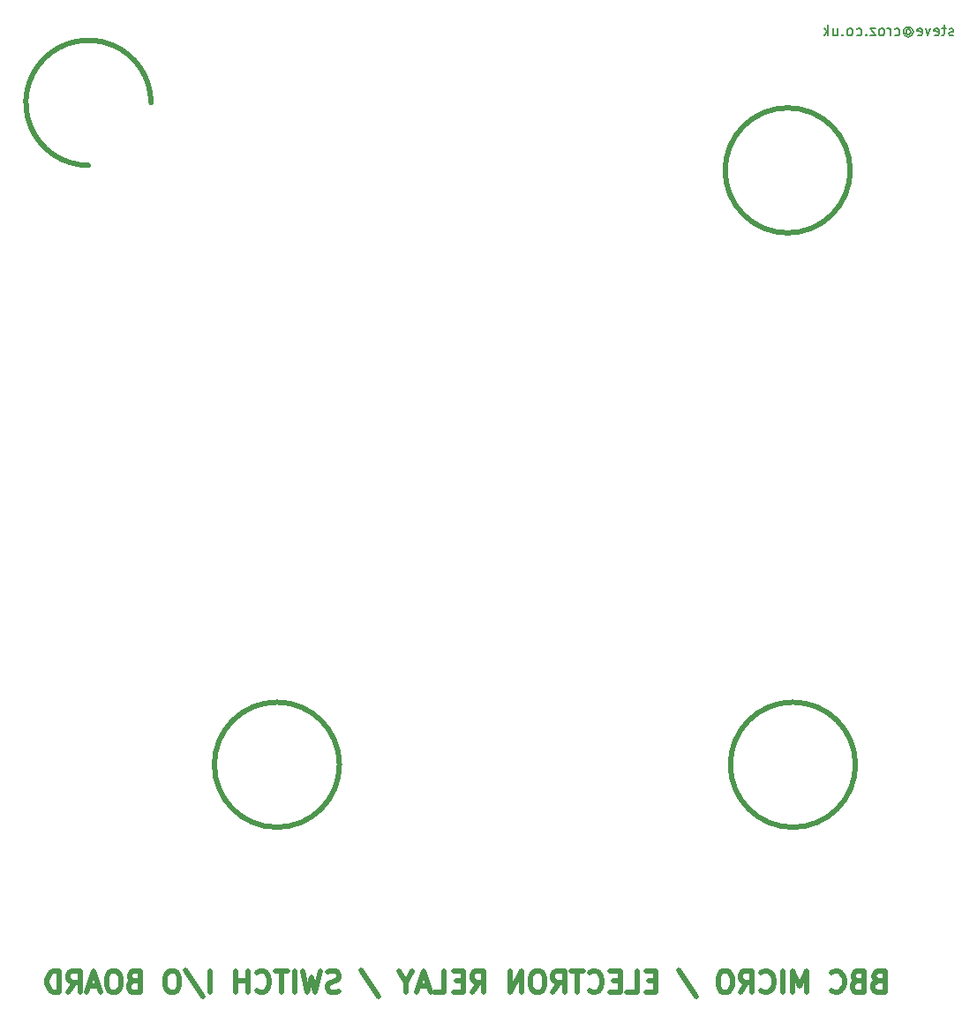
<source format=gbr>
%TF.GenerationSoftware,KiCad,Pcbnew,(5.1.10-1-10_14)*%
%TF.CreationDate,2022-01-13T10:24:38-08:00*%
%TF.ProjectId,ElkIOBoard,456c6b49-4f42-46f6-9172-642e6b696361,rev?*%
%TF.SameCoordinates,Original*%
%TF.FileFunction,Legend,Bot*%
%TF.FilePolarity,Positive*%
%FSLAX46Y46*%
G04 Gerber Fmt 4.6, Leading zero omitted, Abs format (unit mm)*
G04 Created by KiCad (PCBNEW (5.1.10-1-10_14)) date 2022-01-13 10:24:38*
%MOMM*%
%LPD*%
G01*
G04 APERTURE LIST*
%ADD10C,0.500000*%
%ADD11C,0.150000*%
G04 APERTURE END LIST*
D10*
X79918364Y-548013606D02*
G75*
G02*
X85918364Y-542013606I0J6000000D01*
G01*
X104000000Y-605500000D02*
G75*
G03*
X104000000Y-605500000I-6000000J0D01*
G01*
X153000000Y-548500000D02*
G75*
G03*
X153000000Y-548500000I-6000000J0D01*
G01*
X153500000Y-605500000D02*
G75*
G03*
X153500000Y-605500000I-6000000J0D01*
G01*
D11*
X162890476Y-535504761D02*
X162795238Y-535552380D01*
X162604761Y-535552380D01*
X162509523Y-535504761D01*
X162461904Y-535409523D01*
X162461904Y-535361904D01*
X162509523Y-535266666D01*
X162604761Y-535219047D01*
X162747619Y-535219047D01*
X162842857Y-535171428D01*
X162890476Y-535076190D01*
X162890476Y-535028571D01*
X162842857Y-534933333D01*
X162747619Y-534885714D01*
X162604761Y-534885714D01*
X162509523Y-534933333D01*
X162176190Y-534885714D02*
X161795238Y-534885714D01*
X162033333Y-534552380D02*
X162033333Y-535409523D01*
X161985714Y-535504761D01*
X161890476Y-535552380D01*
X161795238Y-535552380D01*
X161080952Y-535504761D02*
X161176190Y-535552380D01*
X161366666Y-535552380D01*
X161461904Y-535504761D01*
X161509523Y-535409523D01*
X161509523Y-535028571D01*
X161461904Y-534933333D01*
X161366666Y-534885714D01*
X161176190Y-534885714D01*
X161080952Y-534933333D01*
X161033333Y-535028571D01*
X161033333Y-535123809D01*
X161509523Y-535219047D01*
X160700000Y-534885714D02*
X160461904Y-535552380D01*
X160223809Y-534885714D01*
X159461904Y-535504761D02*
X159557142Y-535552380D01*
X159747619Y-535552380D01*
X159842857Y-535504761D01*
X159890476Y-535409523D01*
X159890476Y-535028571D01*
X159842857Y-534933333D01*
X159747619Y-534885714D01*
X159557142Y-534885714D01*
X159461904Y-534933333D01*
X159414285Y-535028571D01*
X159414285Y-535123809D01*
X159890476Y-535219047D01*
X158366666Y-535076190D02*
X158414285Y-535028571D01*
X158509523Y-534980952D01*
X158604761Y-534980952D01*
X158700000Y-535028571D01*
X158747619Y-535076190D01*
X158795238Y-535171428D01*
X158795238Y-535266666D01*
X158747619Y-535361904D01*
X158700000Y-535409523D01*
X158604761Y-535457142D01*
X158509523Y-535457142D01*
X158414285Y-535409523D01*
X158366666Y-535361904D01*
X158366666Y-534980952D02*
X158366666Y-535361904D01*
X158319047Y-535409523D01*
X158271428Y-535409523D01*
X158176190Y-535361904D01*
X158128571Y-535266666D01*
X158128571Y-535028571D01*
X158223809Y-534885714D01*
X158366666Y-534790476D01*
X158557142Y-534742857D01*
X158747619Y-534790476D01*
X158890476Y-534885714D01*
X158985714Y-535028571D01*
X159033333Y-535219047D01*
X158985714Y-535409523D01*
X158890476Y-535552380D01*
X158747619Y-535647619D01*
X158557142Y-535695238D01*
X158366666Y-535647619D01*
X158223809Y-535552380D01*
X157271428Y-535504761D02*
X157366666Y-535552380D01*
X157557142Y-535552380D01*
X157652380Y-535504761D01*
X157700000Y-535457142D01*
X157747619Y-535361904D01*
X157747619Y-535076190D01*
X157700000Y-534980952D01*
X157652380Y-534933333D01*
X157557142Y-534885714D01*
X157366666Y-534885714D01*
X157271428Y-534933333D01*
X156842857Y-535552380D02*
X156842857Y-534885714D01*
X156842857Y-535076190D02*
X156795238Y-534980952D01*
X156747619Y-534933333D01*
X156652380Y-534885714D01*
X156557142Y-534885714D01*
X156080952Y-535552380D02*
X156176190Y-535504761D01*
X156223809Y-535457142D01*
X156271428Y-535361904D01*
X156271428Y-535076190D01*
X156223809Y-534980952D01*
X156176190Y-534933333D01*
X156080952Y-534885714D01*
X155938095Y-534885714D01*
X155842857Y-534933333D01*
X155795238Y-534980952D01*
X155747619Y-535076190D01*
X155747619Y-535361904D01*
X155795238Y-535457142D01*
X155842857Y-535504761D01*
X155938095Y-535552380D01*
X156080952Y-535552380D01*
X155414285Y-534885714D02*
X154890476Y-534885714D01*
X155414285Y-535552380D01*
X154890476Y-535552380D01*
X154509523Y-535457142D02*
X154461904Y-535504761D01*
X154509523Y-535552380D01*
X154557142Y-535504761D01*
X154509523Y-535457142D01*
X154509523Y-535552380D01*
X153604761Y-535504761D02*
X153700000Y-535552380D01*
X153890476Y-535552380D01*
X153985714Y-535504761D01*
X154033333Y-535457142D01*
X154080952Y-535361904D01*
X154080952Y-535076190D01*
X154033333Y-534980952D01*
X153985714Y-534933333D01*
X153890476Y-534885714D01*
X153700000Y-534885714D01*
X153604761Y-534933333D01*
X153033333Y-535552380D02*
X153128571Y-535504761D01*
X153176190Y-535457142D01*
X153223809Y-535361904D01*
X153223809Y-535076190D01*
X153176190Y-534980952D01*
X153128571Y-534933333D01*
X153033333Y-534885714D01*
X152890476Y-534885714D01*
X152795238Y-534933333D01*
X152747619Y-534980952D01*
X152700000Y-535076190D01*
X152700000Y-535361904D01*
X152747619Y-535457142D01*
X152795238Y-535504761D01*
X152890476Y-535552380D01*
X153033333Y-535552380D01*
X152271428Y-535457142D02*
X152223809Y-535504761D01*
X152271428Y-535552380D01*
X152319047Y-535504761D01*
X152271428Y-535457142D01*
X152271428Y-535552380D01*
X151366666Y-534885714D02*
X151366666Y-535552380D01*
X151795238Y-534885714D02*
X151795238Y-535409523D01*
X151747619Y-535504761D01*
X151652380Y-535552380D01*
X151509523Y-535552380D01*
X151414285Y-535504761D01*
X151366666Y-535457142D01*
X150890476Y-535552380D02*
X150890476Y-534552380D01*
X150795238Y-535171428D02*
X150509523Y-535552380D01*
X150509523Y-534885714D02*
X150890476Y-535266666D01*
D10*
X155676190Y-626257142D02*
X155390476Y-626352380D01*
X155295238Y-626447619D01*
X155200000Y-626638095D01*
X155200000Y-626923809D01*
X155295238Y-627114285D01*
X155390476Y-627209523D01*
X155580952Y-627304761D01*
X156342857Y-627304761D01*
X156342857Y-625304761D01*
X155676190Y-625304761D01*
X155485714Y-625400000D01*
X155390476Y-625495238D01*
X155295238Y-625685714D01*
X155295238Y-625876190D01*
X155390476Y-626066666D01*
X155485714Y-626161904D01*
X155676190Y-626257142D01*
X156342857Y-626257142D01*
X153676190Y-626257142D02*
X153390476Y-626352380D01*
X153295238Y-626447619D01*
X153200000Y-626638095D01*
X153200000Y-626923809D01*
X153295238Y-627114285D01*
X153390476Y-627209523D01*
X153580952Y-627304761D01*
X154342857Y-627304761D01*
X154342857Y-625304761D01*
X153676190Y-625304761D01*
X153485714Y-625400000D01*
X153390476Y-625495238D01*
X153295238Y-625685714D01*
X153295238Y-625876190D01*
X153390476Y-626066666D01*
X153485714Y-626161904D01*
X153676190Y-626257142D01*
X154342857Y-626257142D01*
X151200000Y-627114285D02*
X151295238Y-627209523D01*
X151580952Y-627304761D01*
X151771428Y-627304761D01*
X152057142Y-627209523D01*
X152247619Y-627019047D01*
X152342857Y-626828571D01*
X152438095Y-626447619D01*
X152438095Y-626161904D01*
X152342857Y-625780952D01*
X152247619Y-625590476D01*
X152057142Y-625400000D01*
X151771428Y-625304761D01*
X151580952Y-625304761D01*
X151295238Y-625400000D01*
X151200000Y-625495238D01*
X148819047Y-627304761D02*
X148819047Y-625304761D01*
X148152380Y-626733333D01*
X147485714Y-625304761D01*
X147485714Y-627304761D01*
X146533333Y-627304761D02*
X146533333Y-625304761D01*
X144438095Y-627114285D02*
X144533333Y-627209523D01*
X144819047Y-627304761D01*
X145009523Y-627304761D01*
X145295238Y-627209523D01*
X145485714Y-627019047D01*
X145580952Y-626828571D01*
X145676190Y-626447619D01*
X145676190Y-626161904D01*
X145580952Y-625780952D01*
X145485714Y-625590476D01*
X145295238Y-625400000D01*
X145009523Y-625304761D01*
X144819047Y-625304761D01*
X144533333Y-625400000D01*
X144438095Y-625495238D01*
X142438095Y-627304761D02*
X143104761Y-626352380D01*
X143580952Y-627304761D02*
X143580952Y-625304761D01*
X142819047Y-625304761D01*
X142628571Y-625400000D01*
X142533333Y-625495238D01*
X142438095Y-625685714D01*
X142438095Y-625971428D01*
X142533333Y-626161904D01*
X142628571Y-626257142D01*
X142819047Y-626352380D01*
X143580952Y-626352380D01*
X141200000Y-625304761D02*
X140819047Y-625304761D01*
X140628571Y-625400000D01*
X140438095Y-625590476D01*
X140342857Y-625971428D01*
X140342857Y-626638095D01*
X140438095Y-627019047D01*
X140628571Y-627209523D01*
X140819047Y-627304761D01*
X141200000Y-627304761D01*
X141390476Y-627209523D01*
X141580952Y-627019047D01*
X141676190Y-626638095D01*
X141676190Y-625971428D01*
X141580952Y-625590476D01*
X141390476Y-625400000D01*
X141200000Y-625304761D01*
X136533333Y-625209523D02*
X138247619Y-627780952D01*
X134342857Y-626257142D02*
X133676190Y-626257142D01*
X133390476Y-627304761D02*
X134342857Y-627304761D01*
X134342857Y-625304761D01*
X133390476Y-625304761D01*
X131580952Y-627304761D02*
X132533333Y-627304761D01*
X132533333Y-625304761D01*
X130914285Y-626257142D02*
X130247619Y-626257142D01*
X129961904Y-627304761D02*
X130914285Y-627304761D01*
X130914285Y-625304761D01*
X129961904Y-625304761D01*
X127961904Y-627114285D02*
X128057142Y-627209523D01*
X128342857Y-627304761D01*
X128533333Y-627304761D01*
X128819047Y-627209523D01*
X129009523Y-627019047D01*
X129104761Y-626828571D01*
X129200000Y-626447619D01*
X129200000Y-626161904D01*
X129104761Y-625780952D01*
X129009523Y-625590476D01*
X128819047Y-625400000D01*
X128533333Y-625304761D01*
X128342857Y-625304761D01*
X128057142Y-625400000D01*
X127961904Y-625495238D01*
X127390476Y-625304761D02*
X126247619Y-625304761D01*
X126819047Y-627304761D02*
X126819047Y-625304761D01*
X124438095Y-627304761D02*
X125104761Y-626352380D01*
X125580952Y-627304761D02*
X125580952Y-625304761D01*
X124819047Y-625304761D01*
X124628571Y-625400000D01*
X124533333Y-625495238D01*
X124438095Y-625685714D01*
X124438095Y-625971428D01*
X124533333Y-626161904D01*
X124628571Y-626257142D01*
X124819047Y-626352380D01*
X125580952Y-626352380D01*
X123200000Y-625304761D02*
X122819047Y-625304761D01*
X122628571Y-625400000D01*
X122438095Y-625590476D01*
X122342857Y-625971428D01*
X122342857Y-626638095D01*
X122438095Y-627019047D01*
X122628571Y-627209523D01*
X122819047Y-627304761D01*
X123200000Y-627304761D01*
X123390476Y-627209523D01*
X123580952Y-627019047D01*
X123676190Y-626638095D01*
X123676190Y-625971428D01*
X123580952Y-625590476D01*
X123390476Y-625400000D01*
X123200000Y-625304761D01*
X121485714Y-627304761D02*
X121485714Y-625304761D01*
X120342857Y-627304761D01*
X120342857Y-625304761D01*
X116723809Y-627304761D02*
X117390476Y-626352380D01*
X117866666Y-627304761D02*
X117866666Y-625304761D01*
X117104761Y-625304761D01*
X116914285Y-625400000D01*
X116819047Y-625495238D01*
X116723809Y-625685714D01*
X116723809Y-625971428D01*
X116819047Y-626161904D01*
X116914285Y-626257142D01*
X117104761Y-626352380D01*
X117866666Y-626352380D01*
X115866666Y-626257142D02*
X115200000Y-626257142D01*
X114914285Y-627304761D02*
X115866666Y-627304761D01*
X115866666Y-625304761D01*
X114914285Y-625304761D01*
X113104761Y-627304761D02*
X114057142Y-627304761D01*
X114057142Y-625304761D01*
X112533333Y-626733333D02*
X111580952Y-626733333D01*
X112723809Y-627304761D02*
X112057142Y-625304761D01*
X111390476Y-627304761D01*
X110342857Y-626352380D02*
X110342857Y-627304761D01*
X111009523Y-625304761D02*
X110342857Y-626352380D01*
X109676190Y-625304761D01*
X106057142Y-625209523D02*
X107771428Y-627780952D01*
X103961904Y-627209523D02*
X103676190Y-627304761D01*
X103200000Y-627304761D01*
X103009523Y-627209523D01*
X102914285Y-627114285D01*
X102819047Y-626923809D01*
X102819047Y-626733333D01*
X102914285Y-626542857D01*
X103009523Y-626447619D01*
X103200000Y-626352380D01*
X103580952Y-626257142D01*
X103771428Y-626161904D01*
X103866666Y-626066666D01*
X103961904Y-625876190D01*
X103961904Y-625685714D01*
X103866666Y-625495238D01*
X103771428Y-625400000D01*
X103580952Y-625304761D01*
X103104761Y-625304761D01*
X102819047Y-625400000D01*
X102152380Y-625304761D02*
X101676190Y-627304761D01*
X101295238Y-625876190D01*
X100914285Y-627304761D01*
X100438095Y-625304761D01*
X99676190Y-627304761D02*
X99676190Y-625304761D01*
X99009523Y-625304761D02*
X97866666Y-625304761D01*
X98438095Y-627304761D02*
X98438095Y-625304761D01*
X96057142Y-627114285D02*
X96152380Y-627209523D01*
X96438095Y-627304761D01*
X96628571Y-627304761D01*
X96914285Y-627209523D01*
X97104761Y-627019047D01*
X97200000Y-626828571D01*
X97295238Y-626447619D01*
X97295238Y-626161904D01*
X97200000Y-625780952D01*
X97104761Y-625590476D01*
X96914285Y-625400000D01*
X96628571Y-625304761D01*
X96438095Y-625304761D01*
X96152380Y-625400000D01*
X96057142Y-625495238D01*
X95200000Y-627304761D02*
X95200000Y-625304761D01*
X95200000Y-626257142D02*
X94057142Y-626257142D01*
X94057142Y-627304761D02*
X94057142Y-625304761D01*
X91580952Y-627304761D02*
X91580952Y-625304761D01*
X89200000Y-625209523D02*
X90914285Y-627780952D01*
X88152380Y-625304761D02*
X87771428Y-625304761D01*
X87580952Y-625400000D01*
X87390476Y-625590476D01*
X87295238Y-625971428D01*
X87295238Y-626638095D01*
X87390476Y-627019047D01*
X87580952Y-627209523D01*
X87771428Y-627304761D01*
X88152380Y-627304761D01*
X88342857Y-627209523D01*
X88533333Y-627019047D01*
X88628571Y-626638095D01*
X88628571Y-625971428D01*
X88533333Y-625590476D01*
X88342857Y-625400000D01*
X88152380Y-625304761D01*
X84247619Y-626257142D02*
X83961904Y-626352380D01*
X83866666Y-626447619D01*
X83771428Y-626638095D01*
X83771428Y-626923809D01*
X83866666Y-627114285D01*
X83961904Y-627209523D01*
X84152380Y-627304761D01*
X84914285Y-627304761D01*
X84914285Y-625304761D01*
X84247619Y-625304761D01*
X84057142Y-625400000D01*
X83961904Y-625495238D01*
X83866666Y-625685714D01*
X83866666Y-625876190D01*
X83961904Y-626066666D01*
X84057142Y-626161904D01*
X84247619Y-626257142D01*
X84914285Y-626257142D01*
X82533333Y-625304761D02*
X82152380Y-625304761D01*
X81961904Y-625400000D01*
X81771428Y-625590476D01*
X81676190Y-625971428D01*
X81676190Y-626638095D01*
X81771428Y-627019047D01*
X81961904Y-627209523D01*
X82152380Y-627304761D01*
X82533333Y-627304761D01*
X82723809Y-627209523D01*
X82914285Y-627019047D01*
X83009523Y-626638095D01*
X83009523Y-625971428D01*
X82914285Y-625590476D01*
X82723809Y-625400000D01*
X82533333Y-625304761D01*
X80914285Y-626733333D02*
X79961904Y-626733333D01*
X81104761Y-627304761D02*
X80438095Y-625304761D01*
X79771428Y-627304761D01*
X77961904Y-627304761D02*
X78628571Y-626352380D01*
X79104761Y-627304761D02*
X79104761Y-625304761D01*
X78342857Y-625304761D01*
X78152380Y-625400000D01*
X78057142Y-625495238D01*
X77961904Y-625685714D01*
X77961904Y-625971428D01*
X78057142Y-626161904D01*
X78152380Y-626257142D01*
X78342857Y-626352380D01*
X79104761Y-626352380D01*
X77104761Y-627304761D02*
X77104761Y-625304761D01*
X76628571Y-625304761D01*
X76342857Y-625400000D01*
X76152380Y-625590476D01*
X76057142Y-625780952D01*
X75961904Y-626161904D01*
X75961904Y-626447619D01*
X76057142Y-626828571D01*
X76152380Y-627019047D01*
X76342857Y-627209523D01*
X76628571Y-627304761D01*
X77104761Y-627304761D01*
M02*

</source>
